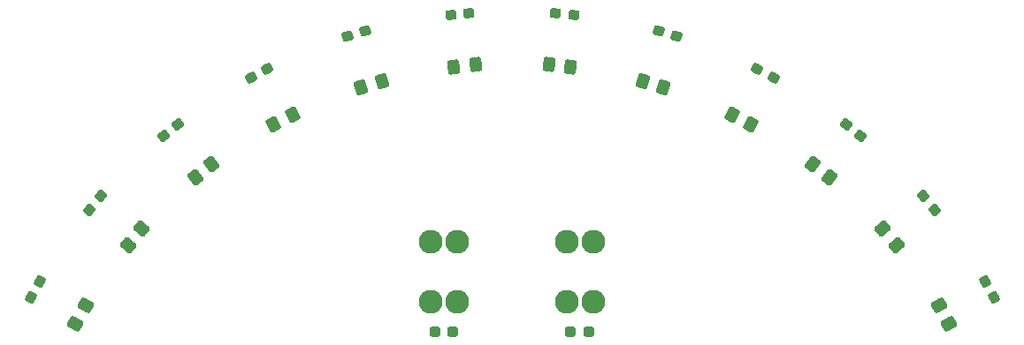
<source format=gbr>
%TF.GenerationSoftware,KiCad,Pcbnew,(6.0.4)*%
%TF.CreationDate,2022-08-25T18:27:48+09:00*%
%TF.ProjectId,total,746f7461-6c2e-46b6-9963-61645f706362,rev?*%
%TF.SameCoordinates,Original*%
%TF.FileFunction,Soldermask,Bot*%
%TF.FilePolarity,Negative*%
%FSLAX46Y46*%
G04 Gerber Fmt 4.6, Leading zero omitted, Abs format (unit mm)*
G04 Created by KiCad (PCBNEW (6.0.4)) date 2022-08-25 18:27:48*
%MOMM*%
%LPD*%
G01*
G04 APERTURE LIST*
G04 Aperture macros list*
%AMRoundRect*
0 Rectangle with rounded corners*
0 $1 Rounding radius*
0 $2 $3 $4 $5 $6 $7 $8 $9 X,Y pos of 4 corners*
0 Add a 4 corners polygon primitive as box body*
4,1,4,$2,$3,$4,$5,$6,$7,$8,$9,$2,$3,0*
0 Add four circle primitives for the rounded corners*
1,1,$1+$1,$2,$3*
1,1,$1+$1,$4,$5*
1,1,$1+$1,$6,$7*
1,1,$1+$1,$8,$9*
0 Add four rect primitives between the rounded corners*
20,1,$1+$1,$2,$3,$4,$5,0*
20,1,$1+$1,$4,$5,$6,$7,0*
20,1,$1+$1,$6,$7,$8,$9,0*
20,1,$1+$1,$8,$9,$2,$3,0*%
G04 Aperture macros list end*
%ADD10RoundRect,0.237500X0.287500X0.237500X-0.287500X0.237500X-0.287500X-0.237500X0.287500X-0.237500X0*%
%ADD11C,2.286000*%
%ADD12RoundRect,0.237500X-0.372847X-0.006896X0.077153X-0.364842X0.372847X0.006896X-0.077153X0.364842X0*%
%ADD13RoundRect,0.237500X-0.208207X-0.309374X0.343114X-0.146065X0.208207X0.309374X-0.343114X0.146065X0*%
%ADD14RoundRect,0.237500X-0.308940X-0.208851X0.263413X-0.263962X0.308940X0.208851X-0.263413X0.263962X0*%
%ADD15RoundRect,0.237500X-0.077153X-0.364842X0.372847X-0.006896X0.077153X0.364842X-0.372847X0.006896X0*%
%ADD16RoundRect,0.250000X0.183810X0.523774X-0.439423X0.339164X-0.183810X-0.523774X0.439423X-0.339164X0*%
%ADD17RoundRect,0.250000X0.496065X0.249087X-0.080492X0.549223X-0.496065X-0.249087X0.080492X-0.549223X0*%
%ADD18RoundRect,0.237500X-0.343114X-0.146065X0.208207X-0.309374X0.343114X0.146065X-0.208207X0.309374X0*%
%ADD19RoundRect,0.237500X-0.263413X-0.263962X0.308940X-0.208851X0.263413X0.263962X-0.308940X0.208851X0*%
%ADD20RoundRect,0.237500X-0.145350X-0.343418X0.364681X-0.077912X0.145350X0.343418X-0.364681X0.077912X0*%
%ADD21RoundRect,0.237500X-0.006120X-0.372861X0.367313X0.064373X0.006120X0.372861X-0.367313X-0.064373X0*%
%ADD22RoundRect,0.250000X0.366634X0.416778X-0.280373X0.479078X-0.366634X-0.416778X0.280373X-0.479078X0*%
%ADD23RoundRect,0.250000X0.551698X-0.061275X0.231622X0.504456X-0.551698X0.061275X-0.231622X-0.504456X0*%
%ADD24RoundRect,0.237500X-0.348281X0.133277X-0.065138X-0.367178X0.348281X-0.133277X0.065138X0.367178X0*%
%ADD25RoundRect,0.250000X-0.025784X0.554491X-0.534479X0.149856X0.025784X-0.554491X0.534479X-0.149856X0*%
%ADD26RoundRect,0.250000X0.439423X0.339164X-0.183810X0.523774X-0.439423X-0.339164X0.183810X-0.523774X0*%
%ADD27RoundRect,0.237500X0.065138X-0.367178X0.348281X0.133277X-0.065138X0.367178X-0.348281X-0.133277X0*%
%ADD28RoundRect,0.250000X0.534479X0.149856X0.025784X0.554491X-0.534479X-0.149856X-0.025784X-0.554491X0*%
%ADD29RoundRect,0.237500X-0.367313X0.064373X0.006120X-0.372861X0.367313X-0.064373X-0.006120X0.372861X0*%
%ADD30RoundRect,0.250000X0.553253X0.045120X0.131112X0.539384X-0.553253X-0.045120X-0.131112X-0.539384X0*%
%ADD31RoundRect,0.250000X0.280373X0.479078X-0.366634X0.416778X-0.280373X-0.479078X0.366634X-0.416778X0*%
%ADD32RoundRect,0.250000X-0.231622X0.504456X-0.551698X-0.061275X0.231622X-0.504456X0.551698X0.061275X0*%
%ADD33RoundRect,0.250000X-0.131112X0.539384X-0.553253X0.045120X0.131112X-0.539384X0.553253X-0.045120X0*%
%ADD34RoundRect,0.237500X-0.364681X-0.077912X0.145350X-0.343418X0.364681X0.077912X-0.145350X0.343418X0*%
%ADD35RoundRect,0.250000X0.080492X0.549223X-0.496065X0.249087X-0.080492X-0.549223X0.496065X-0.249087X0*%
G04 APERTURE END LIST*
D10*
%TO.C,D3*%
X155340475Y-83826030D03*
X153590475Y-83826030D03*
%TD*%
D11*
%TO.C,U2*%
X153195475Y-75201030D03*
X155735475Y-75201030D03*
X155735475Y-80951030D03*
X153195475Y-80951030D03*
%TD*%
%TO.C,U1*%
X140195475Y-75201030D03*
X142735475Y-75201030D03*
X142735475Y-80951030D03*
X140195475Y-80951030D03*
%TD*%
D10*
%TO.C,D1*%
X142340475Y-83826030D03*
X140590475Y-83826030D03*
%TD*%
D12*
%TO.C,D7*%
X179995218Y-63941310D03*
X181364782Y-65030710D03*
%TD*%
D13*
%TO.C,D10*%
X132251033Y-55484523D03*
X133928967Y-54987497D03*
%TD*%
D14*
%TO.C,D13*%
X152159028Y-53232145D03*
X153900972Y-53399875D03*
%TD*%
D15*
%TO.C,D6*%
X114635218Y-65030710D03*
X116004782Y-63941310D03*
%TD*%
D16*
%TO.C,Q9*%
X135492790Y-59744894D03*
X133527210Y-60327126D03*
%TD*%
D17*
%TO.C,Q8*%
X170839186Y-63919302D03*
X169020814Y-62972718D03*
%TD*%
D18*
%TO.C,D11*%
X162071033Y-54987497D03*
X163748967Y-55484523D03*
%TD*%
D19*
%TO.C,D12*%
X142099028Y-53399875D03*
X143840972Y-53232145D03*
%TD*%
D20*
%TO.C,D8*%
X122983866Y-59410040D03*
X124536134Y-58601980D03*
%TD*%
D21*
%TO.C,D4*%
X107511733Y-72141365D03*
X108648267Y-70810655D03*
%TD*%
D22*
%TO.C,Q12*%
X153570281Y-58394252D03*
X151529719Y-58197768D03*
%TD*%
D23*
%TO.C,Q2*%
X189844734Y-83078125D03*
X188835266Y-81293895D03*
%TD*%
D24*
%TO.C,D2*%
X193259129Y-78964449D03*
X194120871Y-80487571D03*
%TD*%
D25*
%TO.C,Q5*%
X119232173Y-67767932D03*
X117627827Y-69044088D03*
%TD*%
D26*
%TO.C,Q10*%
X162472790Y-60327126D03*
X160507210Y-59744894D03*
%TD*%
D27*
%TO.C,D1*%
X101879129Y-80487571D03*
X102740871Y-78964449D03*
%TD*%
D28*
%TO.C,Q6*%
X178372173Y-69044088D03*
X176767827Y-67767932D03*
%TD*%
D29*
%TO.C,D5*%
X187351733Y-70810655D03*
X188488267Y-72141365D03*
%TD*%
D30*
%TO.C,Q4*%
X184785684Y-75505426D03*
X183454316Y-73946594D03*
%TD*%
D31*
%TO.C,Q11*%
X144467281Y-58197768D03*
X142426719Y-58394252D03*
%TD*%
D32*
%TO.C,Q1*%
X107164734Y-81293895D03*
X106155266Y-83078125D03*
%TD*%
D33*
%TO.C,Q3*%
X112545684Y-73946594D03*
X111214316Y-75505426D03*
%TD*%
D34*
%TO.C,D9*%
X171463866Y-58601980D03*
X173016134Y-59410040D03*
%TD*%
D35*
%TO.C,Q7*%
X126979186Y-62972718D03*
X125160814Y-63919302D03*
%TD*%
M02*

</source>
